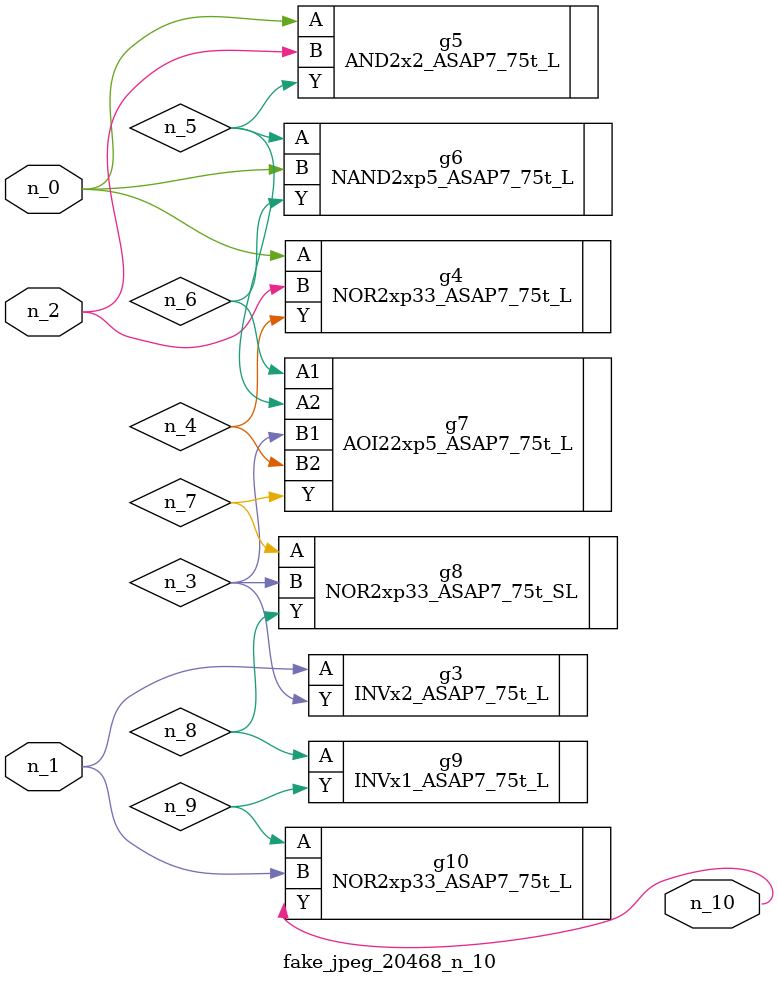
<source format=v>
module fake_jpeg_20468_n_10 (n_0, n_2, n_1, n_10);

input n_0;
input n_2;
input n_1;

output n_10;

wire n_3;
wire n_4;
wire n_8;
wire n_9;
wire n_6;
wire n_5;
wire n_7;

INVx2_ASAP7_75t_L g3 ( 
.A(n_1),
.Y(n_3)
);

NOR2xp33_ASAP7_75t_L g4 ( 
.A(n_0),
.B(n_2),
.Y(n_4)
);

AND2x2_ASAP7_75t_L g5 ( 
.A(n_0),
.B(n_2),
.Y(n_5)
);

NAND2xp5_ASAP7_75t_L g6 ( 
.A(n_5),
.B(n_0),
.Y(n_6)
);

AOI22xp5_ASAP7_75t_L g7 ( 
.A1(n_6),
.A2(n_5),
.B1(n_3),
.B2(n_4),
.Y(n_7)
);

NOR2xp33_ASAP7_75t_SL g8 ( 
.A(n_7),
.B(n_3),
.Y(n_8)
);

INVx1_ASAP7_75t_L g9 ( 
.A(n_8),
.Y(n_9)
);

NOR2xp33_ASAP7_75t_L g10 ( 
.A(n_9),
.B(n_1),
.Y(n_10)
);


endmodule
</source>
